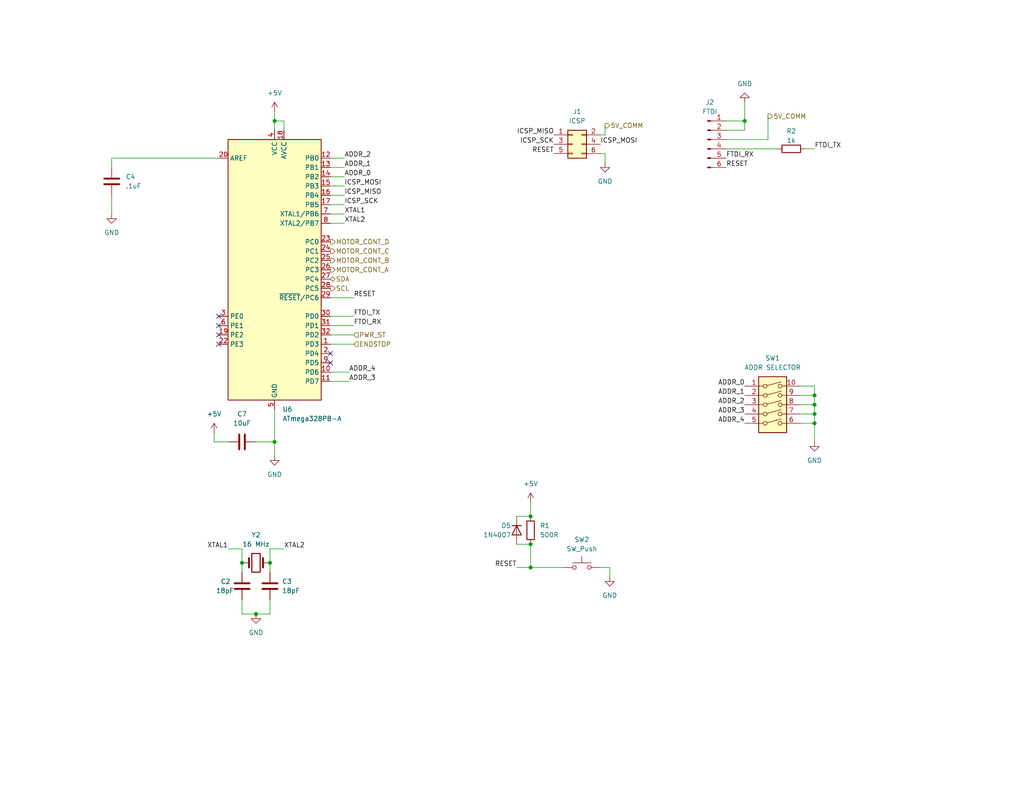
<source format=kicad_sch>
(kicad_sch (version 20250114) (generator "eeschema") (generator_version "9.0")
  (paper "A")
  (lib_symbols
    (symbol "Connector:Conn_01x06_Pin" (pin_names (offset 1.016) (hide yes))
      (property "Reference" "J" (at 0 7.62 0))
      (property "Value" "Conn_01x06_Pin" (at 0 -10.16 0))
      (symbol "Conn_01x06_Pin_1_1"
        (rectangle (start 0.8636 5.207) (end 0 4.953) (stroke (width 0.1524)) (fill (type outline)))
        (rectangle (start 0.8636 2.667) (end 0 2.413) (stroke (width 0.1524)) (fill (type outline)))
        (rectangle (start 0.8636 0.127) (end 0 -0.127) (stroke (width 0.1524)) (fill (type outline)))
        (rectangle (start 0.8636 -2.413) (end 0 -2.667) (stroke (width 0.1524)) (fill (type outline)))
        (rectangle (start 0.8636 -4.953) (end 0 -5.207) (stroke (width 0.1524)) (fill (type outline)))
        (rectangle (start 0.8636 -7.493) (end 0 -7.747) (stroke (width 0.1524)) (fill (type outline)))
        (polyline (pts (xy 1.27 5.08) (xy 0.8636 5.08)) (stroke (width 0.1524)))
        (polyline (pts (xy 1.27 2.54) (xy 0.8636 2.54)) (stroke (width 0.1524)))
        (polyline (pts (xy 1.27 0) (xy 0.8636 0)) (stroke (width 0.1524)))
        (polyline (pts (xy 1.27 -2.54) (xy 0.8636 -2.54)) (stroke (width 0.1524)))
        (polyline (pts (xy 1.27 -5.08) (xy 0.8636 -5.08)) (stroke (width 0.1524)))
        (polyline (pts (xy 1.27 -7.62) (xy 0.8636 -7.62)) (stroke (width 0.1524)))
        (pin passive line (at 5.08 5.08 180) (length 3.81) (name "Pin_1") (number "1"))
        (pin passive line (at 5.08 2.54 180) (length 3.81) (name "Pin_2") (number "2"))
        (pin passive line (at 5.08 0 180) (length 3.81) (name "Pin_3") (number "3"))
        (pin passive line (at 5.08 -2.54 180) (length 3.81) (name "Pin_4") (number "4"))
        (pin passive line (at 5.08 -5.08 180) (length 3.81) (name "Pin_5") (number "5"))
        (pin passive line (at 5.08 -7.62 180) (length 3.81) (name "Pin_6") (number "6"))
      )
    )
    (symbol "Connector_Generic:Conn_02x03_Odd_Even" (pin_names (offset 1.016) (hide yes))
      (property "Reference" "J" (at 1.27 5.08 0))
      (property "Value" "Conn_02x03_Odd_Even" (at 1.27 -5.08 0))
      (symbol "Conn_02x03_Odd_Even_1_1"
        (rectangle (start -1.27 3.81) (end 3.81 -3.81) (stroke (width 0.254)) (fill (type background)))
        (rectangle (start -1.27 2.667) (end 0 2.413) (stroke (width 0.1524)))
        (rectangle (start -1.27 0.127) (end 0 -0.127) (stroke (width 0.1524)))
        (rectangle (start -1.27 -2.413) (end 0 -2.667) (stroke (width 0.1524)))
        (rectangle (start 3.81 2.667) (end 2.54 2.413) (stroke (width 0.1524)))
        (rectangle (start 3.81 0.127) (end 2.54 -0.127) (stroke (width 0.1524)))
        (rectangle (start 3.81 -2.413) (end 2.54 -2.667) (stroke (width 0.1524)))
        (pin passive line (at -5.08 2.54 0) (length 3.81) (name "Pin_1") (number "1"))
        (pin passive line (at -5.08 0 0) (length 3.81) (name "Pin_3") (number "3"))
        (pin passive line (at -5.08 -2.54 0) (length 3.81) (name "Pin_5") (number "5"))
        (pin passive line (at 7.62 2.54 180) (length 3.81) (name "Pin_2") (number "2"))
        (pin passive line (at 7.62 0 180) (length 3.81) (name "Pin_4") (number "4"))
        (pin passive line (at 7.62 -2.54 180) (length 3.81) (name "Pin_6") (number "6"))
      )
    )
    (symbol "Device:C" (pin_numbers (hide yes)) (pin_names (offset 0.254))
      (property "Reference" "C" (at 0.635 2.54 0))
      (property "Value" "C" (at 0.635 -2.54 0))
      (symbol "C_0_1"
        (polyline (pts (xy -2.032 0.762) (xy 2.032 0.762)) (stroke (width 0.508)))
        (polyline (pts (xy -2.032 -0.762) (xy 2.032 -0.762)) (stroke (width 0.508)))
      )
      (symbol "C_1_1"
        (pin passive line (at 0 3.81 270) (length 2.794) (name "~") (number "1"))
        (pin passive line (at 0 -3.81 90) (length 2.794) (name "~") (number "2"))
      )
    )
    (symbol "Device:Crystal" (pin_numbers (hide yes)) (pin_names (offset 1.016) (hide yes))
      (property "Reference" "Y" (at 0 3.81 0))
      (property "Value" "Crystal" (at 0 -3.81 0))
      (symbol "Crystal_0_1"
        (polyline (pts (xy -2.54 0) (xy -1.905 0)))
        (polyline (pts (xy -1.905 -1.27) (xy -1.905 1.27)) (stroke (width 0.508)))
        (rectangle (start -1.143 2.54) (end 1.143 -2.54) (stroke (width 0.3048)))
        (polyline (pts (xy 1.905 -1.27) (xy 1.905 1.27)) (stroke (width 0.508)))
        (polyline (pts (xy 2.54 0) (xy 1.905 0)))
      )
      (symbol "Crystal_1_1"
        (pin passive line (at -3.81 0 0) (length 1.27) (name "1") (number "1"))
        (pin passive line (at 3.81 0 180) (length 1.27) (name "2") (number "2"))
      )
    )
    (symbol "Device:R" (pin_numbers (hide yes)) (pin_names (offset 0))
      (property "Reference" "R" (at 2.032 0 90))
      (property "Value" "R" (at 0 0 90))
      (symbol "R_0_1"
        (rectangle (start -1.016 -2.54) (end 1.016 2.54) (stroke (width 0.254)))
      )
      (symbol "R_1_1"
        (pin passive line (at 0 3.81 270) (length 1.27) (name "~") (number "1"))
        (pin passive line (at 0 -3.81 90) (length 1.27) (name "~") (number "2"))
      )
    )
    (symbol "Diode:1N4007" (pin_numbers (hide yes)) (pin_names (hide yes))
      (property "Reference" "D" (at 0 2.54 0))
      (property "Value" "1N4007" (at 0 -2.54 0))
      (symbol "1N4007_0_1"
        (polyline (pts (xy -1.27 1.27) (xy -1.27 -1.27)) (stroke (width 0.254)))
        (polyline (pts (xy 1.27 1.27) (xy 1.27 -1.27) (xy -1.27 0) (xy 1.27 1.27)) (stroke (width 0.254)))
        (polyline (pts (xy 1.27 0) (xy -1.27 0)))
      )
      (symbol "1N4007_1_1"
        (pin passive line (at -3.81 0 0) (length 2.54) (name "K") (number "1"))
        (pin passive line (at 3.81 0 180) (length 2.54) (name "A") (number "2"))
      )
    )
    (symbol "MCU_Microchip_ATmega:ATmega328PB-A"
      (property "Reference" "U" (at -12.7 36.83 0))
      (property "Value" "ATmega328PB-A" (at 2.54 -36.83 0))
      (symbol "ATmega328PB-A_0_1"
        (rectangle (start -12.7 -35.56) (end 12.7 35.56) (stroke (width 0.254)) (fill (type background)))
      )
      (symbol "ATmega328PB-A_1_1"
        (pin passive line (at -15.24 30.48 0) (length 2.54) (name "AREF") (number "20"))
        (pin bidirectional line (at -15.24 -12.7 0) (length 2.54) (name "PE0") (number "3"))
        (pin bidirectional line (at -15.24 -15.24 0) (length 2.54) (name "PE1") (number "6"))
        (pin bidirectional line (at -15.24 -17.78 0) (length 2.54) (name "PE2") (number "19"))
        (pin bidirectional line (at -15.24 -20.32 0) (length 2.54) (name "PE3") (number "22"))
        (pin power_in line (at 0 38.1 270) (length 2.54) (name "VCC") (number "4"))
        (pin passive line (at 0 -38.1 90) (length 2.54) (hide yes) (name "GND") (number "21"))
        (pin power_in line (at 0 -38.1 90) (length 2.54) (name "GND") (number "5"))
        (pin power_in line (at 2.54 38.1 270) (length 2.54) (name "AVCC") (number "18"))
        (pin bidirectional line (at 15.24 30.48 180) (length 2.54) (name "PB0") (number "12"))
        (pin bidirectional line (at 15.24 27.94 180) (length 2.54) (name "PB1") (number "13"))
        (pin bidirectional line (at 15.24 25.4 180) (length 2.54) (name "PB2") (number "14"))
        (pin bidirectional line (at 15.24 22.86 180) (length 2.54) (name "PB3") (number "15"))
        (pin bidirectional line (at 15.24 20.32 180) (length 2.54) (name "PB4") (number "16"))
        (pin bidirectional line (at 15.24 17.78 180) (length 2.54) (name "PB5") (number "17"))
        (pin bidirectional line (at 15.24 15.24 180) (length 2.54) (name "XTAL1/PB6") (number "7"))
        (pin bidirectional line (at 15.24 12.7 180) (length 2.54) (name "XTAL2/PB7") (number "8"))
        (pin bidirectional line (at 15.24 7.62 180) (length 2.54) (name "PC0") (number "23"))
        (pin bidirectional line (at 15.24 5.08 180) (length 2.54) (name "PC1") (number "24"))
        (pin bidirectional line (at 15.24 2.54 180) (length 2.54) (name "PC2") (number "25"))
        (pin bidirectional line (at 15.24 0 180) (length 2.54) (name "PC3") (number "26"))
        (pin bidirectional line (at 15.24 -2.54 180) (length 2.54) (name "PC4") (number "27"))
        (pin bidirectional line (at 15.24 -5.08 180) (length 2.54) (name "PC5") (number "28"))
        (pin bidirectional line (at 15.24 -7.62 180) (length 2.54) (name "~{RESET}/PC6") (number "29"))
        (pin bidirectional line (at 15.24 -12.7 180) (length 2.54) (name "PD0") (number "30"))
        (pin bidirectional line (at 15.24 -15.24 180) (length 2.54) (name "PD1") (number "31"))
        (pin bidirectional line (at 15.24 -17.78 180) (length 2.54) (name "PD2") (number "32"))
        (pin bidirectional line (at 15.24 -20.32 180) (length 2.54) (name "PD3") (number "1"))
        (pin bidirectional line (at 15.24 -22.86 180) (length 2.54) (name "PD4") (number "2"))
        (pin bidirectional line (at 15.24 -25.4 180) (length 2.54) (name "PD5") (number "9"))
        (pin bidirectional line (at 15.24 -27.94 180) (length 2.54) (name "PD6") (number "10"))
        (pin bidirectional line (at 15.24 -30.48 180) (length 2.54) (name "PD7") (number "11"))
      )
    )
    (symbol "Switch:SW_DIP_x05" (pin_names (offset 0) (hide yes))
      (property "Reference" "SW" (at 0 8.89 0))
      (property "Value" "SW_DIP_x05" (at 0 -8.89 0))
      (symbol "SW_DIP_x05_0_0"
        (circle (center -2.032 5.08) (radius 0.508))
        (circle (center -2.032 2.54) (radius 0.508))
        (circle (center -2.032 0) (radius 0.508))
        (circle (center -2.032 -2.54) (radius 0.508))
        (circle (center -2.032 -5.08) (radius 0.508))
        (polyline (pts (xy -1.524 5.207) (xy 2.3622 6.2484)))
        (polyline (pts (xy -1.524 2.667) (xy 2.3622 3.7084)))
        (polyline (pts (xy -1.524 0.127) (xy 2.3622 1.1684)))
        (polyline (pts (xy -1.524 -2.3876) (xy 2.3622 -1.3462)))
        (polyline (pts (xy -1.524 -4.9276) (xy 2.3622 -3.8862)))
        (circle (center 2.032 5.08) (radius 0.508))
        (circle (center 2.032 2.54) (radius 0.508))
        (circle (center 2.032 0) (radius 0.508))
        (circle (center 2.032 -2.54) (radius 0.508))
        (circle (center 2.032 -5.08) (radius 0.508))
      )
      (symbol "SW_DIP_x05_0_1"
        (rectangle (start -3.81 7.62) (end 3.81 -7.62) (stroke (width 0.254)) (fill (type background)))
      )
      (symbol "SW_DIP_x05_1_1"
        (pin passive line (at -7.62 5.08 0) (length 5.08) (name "~") (number "1"))
        (pin passive line (at -7.62 2.54 0) (length 5.08) (name "~") (number "2"))
        (pin passive line (at -7.62 0 0) (length 5.08) (name "~") (number "3"))
        (pin passive line (at -7.62 -2.54 0) (length 5.08) (name "~") (number "4"))
        (pin passive line (at -7.62 -5.08 0) (length 5.08) (name "~") (number "5"))
        (pin passive line (at 7.62 5.08 180) (length 5.08) (name "~") (number "10"))
        (pin passive line (at 7.62 2.54 180) (length 5.08) (name "~") (number "9"))
        (pin passive line (at 7.62 0 180) (length 5.08) (name "~") (number "8"))
        (pin passive line (at 7.62 -2.54 180) (length 5.08) (name "~") (number "7"))
        (pin passive line (at 7.62 -5.08 180) (length 5.08) (name "~") (number "6"))
      )
    )
    (symbol "Switch:SW_Push" (pin_numbers (hide yes)) (pin_names (offset 1.016) (hide yes))
      (property "Reference" "SW" (at 1.27 2.54 0))
      (property "Value" "SW_Push" (at 0 -1.524 0))
      (symbol "SW_Push_0_1"
        (circle (center -2.032 0) (radius 0.508))
        (polyline (pts (xy 0 1.27) (xy 0 3.048)))
        (circle (center 2.032 0) (radius 0.508))
        (polyline (pts (xy 2.54 1.27) (xy -2.54 1.27)))
        (pin passive line (at -5.08 0 0) (length 2.54) (name "1") (number "1"))
        (pin passive line (at 5.08 0 180) (length 2.54) (name "2") (number "2"))
      )
    )
    (symbol "power:+5V" (power) (pin_numbers (hide yes)) (pin_names (offset 0) (hide yes))
      (property "Value" "+5V" (at 0 3.556 0))
      (symbol "+5V_0_1"
        (polyline (pts (xy -0.762 1.27) (xy 0 2.54)))
        (polyline (pts (xy 0 2.54) (xy 0.762 1.27)))
        (polyline (pts (xy 0 0) (xy 0 2.54)))
      )
      (symbol "+5V_1_1"
        (pin power_in line (at 0 0 90) (length 0) (name "~") (number "1"))
      )
    )
    (symbol "power:GND" (power) (pin_numbers (hide yes)) (pin_names (offset 0) (hide yes))
      (property "Value" "GND" (at 0 -3.81 0))
      (symbol "GND_0_1"
        (polyline (pts (xy 0 0) (xy 0 -1.27) (xy 1.27 -1.27) (xy 0 -2.54) (xy -1.27 -1.27) (xy 0 -1.27)))
      )
      (symbol "GND_1_1"
        (pin power_in line (at 0 0 270) (length 0) (name "~") (number "1"))
      )
    )
  )
  (junction (at 203.2 33.02))
  (junction (at 222.25 113.03))
  (junction (at 144.78 154.94))
  (junction (at 69.85 167.64))
  (junction (at 144.78 140.97))
  (junction (at 74.93 33.02))
  (junction (at 222.25 110.49))
  (junction (at 222.25 115.57))
  (junction (at 66.04 153.67))
  (junction (at 144.78 148.59))
  (junction (at 74.93 120.65))
  (junction (at 73.66 153.67))
  (junction (at 222.25 107.95))
  (no_connect (at 59.69 88.9))
  (no_connect (at 59.69 93.98))
  (no_connect (at 59.69 86.36))
  (no_connect (at 90.17 99.06))
  (no_connect (at 90.17 96.52))
  (no_connect (at 59.69 91.44))
  (wire (pts (xy 66.04 163.83) (xy 66.04 167.64)))
  (wire (pts (xy 90.17 104.14) (xy 95.25 104.14)))
  (wire (pts (xy 218.44 113.03) (xy 222.25 113.03)))
  (wire (pts (xy 165.1 41.91) (xy 165.1 44.45)))
  (wire (pts (xy 90.17 58.42) (xy 93.98 58.42)))
  (wire (pts (xy 62.23 149.86) (xy 66.04 149.86)))
  (wire (pts (xy 74.93 30.48) (xy 74.93 33.02)))
  (wire (pts (xy 165.1 36.83) (xy 163.83 36.83)))
  (wire (pts (xy 73.66 149.86) (xy 73.66 153.67)))
  (wire (pts (xy 222.25 107.95) (xy 222.25 110.49)))
  (wire (pts (xy 90.17 93.98) (xy 96.52 93.98)))
  (wire (pts (xy 203.2 33.02) (xy 203.2 27.94)))
  (wire (pts (xy 222.25 115.57) (xy 222.25 120.65)))
  (wire (pts (xy 218.44 110.49) (xy 222.25 110.49)))
  (wire (pts (xy 74.93 33.02) (xy 74.93 35.56)))
  (wire (pts (xy 198.12 38.1) (xy 209.55 38.1)))
  (wire (pts (xy 144.78 154.94) (xy 153.67 154.94)))
  (wire (pts (xy 90.17 53.34) (xy 93.98 53.34)))
  (wire (pts (xy 198.12 33.02) (xy 203.2 33.02)))
  (wire (pts (xy 90.17 86.36) (xy 96.52 86.36)))
  (wire (pts (xy 90.17 45.72) (xy 93.98 45.72)))
  (wire (pts (xy 59.69 43.18) (xy 30.48 43.18)))
  (wire (pts (xy 73.66 153.67) (xy 73.66 156.21)))
  (wire (pts (xy 90.17 101.6) (xy 95.25 101.6)))
  (wire (pts (xy 73.66 167.64) (xy 69.85 167.64)))
  (wire (pts (xy 140.97 148.59) (xy 144.78 148.59)))
  (wire (pts (xy 218.44 115.57) (xy 222.25 115.57)))
  (wire (pts (xy 203.2 35.56) (xy 203.2 33.02)))
  (wire (pts (xy 30.48 43.18) (xy 30.48 45.72)))
  (wire (pts (xy 90.17 81.28) (xy 96.52 81.28)))
  (wire (pts (xy 198.12 40.64) (xy 212.09 40.64)))
  (wire (pts (xy 222.25 110.49) (xy 222.25 113.03)))
  (wire (pts (xy 90.17 88.9) (xy 96.52 88.9)))
  (wire (pts (xy 90.17 60.96) (xy 93.98 60.96)))
  (wire (pts (xy 144.78 137.16) (xy 144.78 140.97)))
  (wire (pts (xy 163.83 41.91) (xy 165.1 41.91)))
  (wire (pts (xy 219.71 40.64) (xy 222.25 40.64)))
  (wire (pts (xy 140.97 154.94) (xy 144.78 154.94)))
  (wire (pts (xy 66.04 167.64) (xy 69.85 167.64)))
  (wire (pts (xy 218.44 107.95) (xy 222.25 107.95)))
  (wire (pts (xy 73.66 163.83) (xy 73.66 167.64)))
  (wire (pts (xy 69.85 120.65) (xy 74.93 120.65)))
  (wire (pts (xy 77.47 35.56) (xy 77.47 33.02)))
  (wire (pts (xy 198.12 35.56) (xy 203.2 35.56)))
  (wire (pts (xy 58.42 118.11) (xy 58.42 120.65)))
  (wire (pts (xy 90.17 50.8) (xy 93.98 50.8)))
  (wire (pts (xy 30.48 53.34) (xy 30.48 58.42)))
  (wire (pts (xy 140.97 140.97) (xy 144.78 140.97)))
  (wire (pts (xy 66.04 153.67) (xy 66.04 156.21)))
  (wire (pts (xy 222.25 105.41) (xy 222.25 107.95)))
  (wire (pts (xy 66.04 149.86) (xy 66.04 153.67)))
  (wire (pts (xy 165.1 34.29) (xy 165.1 36.83)))
  (wire (pts (xy 90.17 55.88) (xy 93.98 55.88)))
  (wire (pts (xy 166.37 157.48) (xy 166.37 154.94)))
  (wire (pts (xy 218.44 105.41) (xy 222.25 105.41)))
  (wire (pts (xy 77.47 33.02) (xy 74.93 33.02)))
  (wire (pts (xy 90.17 91.44) (xy 96.52 91.44)))
  (wire (pts (xy 222.25 113.03) (xy 222.25 115.57)))
  (wire (pts (xy 74.93 111.76) (xy 74.93 120.65)))
  (wire (pts (xy 144.78 148.59) (xy 144.78 154.94)))
  (wire (pts (xy 209.55 31.75) (xy 209.55 38.1)))
  (wire (pts (xy 166.37 154.94) (xy 163.83 154.94)))
  (wire (pts (xy 77.47 149.86) (xy 73.66 149.86)))
  (wire (pts (xy 90.17 48.26) (xy 93.98 48.26)))
  (wire (pts (xy 58.42 120.65) (xy 62.23 120.65)))
  (wire (pts (xy 90.17 43.18) (xy 93.98 43.18)))
  (wire (pts (xy 74.93 120.65) (xy 74.93 124.46)))
  (label "XTAL1" (at 93.98 58.42 0))
  (label "ADDR_0" (at 93.98 48.26 0))
  (label "ICSP_SCK" (at 151.13 39.37 180))
  (label "ADDR_3" (at 95.25 104.14 0))
  (label "XTAL2" (at 93.98 60.96 0))
  (label "ADDR_3" (at 203.2 113.03 180))
  (label "RESET" (at 151.13 41.91 180))
  (label "ICSP_SCK" (at 93.98 55.88 0))
  (label "RESET" (at 96.52 81.28 0))
  (label "ADDR_4" (at 203.2 115.57 180))
  (label "ADDR_0" (at 203.2 105.41 180))
  (label "ADDR_1" (at 203.2 107.95 180))
  (label "ICSP_MOSI" (at 93.98 50.8 0))
  (label "FTDI_TX" (at 222.25 40.64 0))
  (label "RESET" (at 140.97 154.94 180))
  (label "XTAL1" (at 62.23 149.86 180))
  (label "ICSP_MISO" (at 93.98 53.34 0))
  (label "ADDR_4" (at 95.25 101.6 0))
  (label "ICSP_MISO" (at 151.13 36.83 180))
  (label "ADDR_2" (at 93.98 43.18 0))
  (label "FTDI_TX" (at 96.52 86.36 0))
  (label "RESET" (at 198.12 45.72 0))
  (label "ADDR_2" (at 203.2 110.49 180))
  (label "XTAL2" (at 77.47 149.86 0))
  (label "FTDI_RX" (at 96.52 88.9 0))
  (label "FTDI_RX" (at 198.12 43.18 0))
  (label "ICSP_MOSI" (at 163.83 39.37 0))
  (label "ADDR_1" (at 93.98 45.72 0))
  (hierarchical_label "5V_COMM" (shape output) (at 165.1 34.29 0))
  (hierarchical_label "MOTOR_CONT_D" (shape output) (at 90.17 66.04 0))
  (hierarchical_label "MOTOR_CONT_C" (shape output) (at 90.17 68.58 0))
  (hierarchical_label "MOTOR_CONT_B" (shape output) (at 90.17 71.12 0))
  (hierarchical_label "5V_COMM" (shape output) (at 209.55 31.75 0))
  (hierarchical_label "PWR_ST" (shape input) (at 96.52 91.44 0))
  (hierarchical_label "ENDSTOP" (shape input) (at 96.52 93.98 0))
  (hierarchical_label "SDA" (shape bidirectional) (at 90.17 76.2 0))
  (hierarchical_label "SCL" (shape output) (at 90.17 78.74 0))
  (hierarchical_label "MOTOR_CONT_A" (shape output) (at 90.17 73.66 0))
  (symbol (lib_id "Diode:1N4007") (at 140.97 144.78 270) (unit 1)
    (property "Reference" "D5" (at 139.446 143.51 90) (effects (justify right)))
    (property "Value" "1N4007" (at 139.446 146.05 90) (effects (justify right)))
    (property "Footprint" "Diode_SMD:D_SMA_Handsoldering" (effects (hide yes)))
    (property "Datasheet" "http://www.vishay.com/docs/88503/1n4001.pdf" (effects (hide yes)))
    (property "Description" "1000V 1A General Purpose Rectifier Diode, DO-41" (effects (hide yes)))
    (property "Sim.Device" "D" (effects (hide yes)))
    (property "Sim.Pins" "1=K 2=A" (effects (hide yes)))
  )
  (symbol (lib_id "Connector:Conn_01x06_Pin") (at 193.04 38.1 0) (unit 1)
    (property "Reference" "J2" (at 193.675 27.94 0))
    (property "Value" "FTDI" (at 193.675 30.48 0))
    (property "Footprint" "Connector_PinHeader_2.54mm:PinHeader_1x06_P2.54mm_Vertical" (effects (hide yes)))
    (property "Description" "Generic connector, single row, 01x06, script generated" (effects (hide yes)))
  )
  (symbol (lib_id "power:GND") (at 165.1 44.45 0) (unit 1)
    (property "Reference" "#PWR08" (effects (hide yes)))
    (property "Value" "GND" (at 165.1 49.53 0))
    (property "Description" "Power symbol creates a global label with name \"GND\" , ground" (effects (hide yes)))
  )
  (symbol (lib_id "Device:R") (at 215.9 40.64 270) (unit 1)
    (property "Reference" "R2" (at 215.9 35.814 90))
    (property "Value" "1k" (at 215.9 38.354 90))
    (property "Footprint" "Resistor_SMD:R_0805_2012Metric_Pad1.20x1.40mm_HandSolder" (effects (hide yes)))
    (property "Description" "Resistor" (effects (hide yes)))
  )
  (symbol (lib_id "Switch:SW_Push") (at 158.75 154.94 0) (unit 1)
    (property "Reference" "SW2" (at 158.75 147.32 0))
    (property "Value" "SW_Push" (at 158.75 149.86 0))
    (property "Footprint" "Button_Switch_THT:SW_PUSH_6mm" (effects (hide yes)))
    (property "Description" "Push button switch, generic, two pins" (effects (hide yes)))
  )
  (symbol (lib_id "power:GND") (at 166.37 157.48 0) (unit 1)
    (property "Reference" "#PWR02" (effects (hide yes)))
    (property "Value" "GND" (at 166.37 162.56 0))
    (property "Description" "Power symbol creates a global label with name \"GND\" , ground" (effects (hide yes)))
  )
  (symbol (lib_id "power:GND") (at 222.25 120.65 0) (unit 1)
    (property "Reference" "#PWR027" (effects (hide yes)))
    (property "Value" "GND" (at 222.25 125.73 0))
    (property "Description" "Power symbol creates a global label with name \"GND\" , ground" (effects (hide yes)))
  )
  (symbol (lib_id "Device:C") (at 66.04 120.65 270) (unit 1)
    (property "Reference" "C7" (at 66.04 113.03 90))
    (property "Value" "10uF" (at 66.04 115.57 90))
    (property "Footprint" "Capacitor_SMD:C_0805_2012Metric_Pad1.18x1.45mm_HandSolder" (effects (hide yes)))
    (property "Description" "Unpolarized capacitor" (effects (hide yes)))
  )
  (symbol (lib_id "Device:C") (at 66.04 160.02 180) (unit 1)
    (property "Reference" "C2" (at 60.198 158.75 0) (effects (justify right)))
    (property "Value" "18pF" (at 58.928 161.29 0) (effects (justify right)))
    (property "Footprint" "Capacitor_SMD:C_0805_2012Metric_Pad1.18x1.45mm_HandSolder" (effects (hide yes)))
    (property "Description" "Unpolarized capacitor" (effects (hide yes)))
    (property "Part Number" "FG28C0G1H180JNT06" (effects (hide yes)))
  )
  (symbol (lib_id "Connector_Generic:Conn_02x03_Odd_Even") (at 156.21 39.37 0) (unit 1)
    (property "Reference" "J1" (at 157.48 30.48 0))
    (property "Value" "ICSP" (at 157.48 33.02 0))
    (property "Footprint" "Connector_PinHeader_2.54mm:PinHeader_2x03_P2.54mm_Vertical" (effects (hide yes)))
    (property "Description" "Generic connector, double row, 02x03, odd/even pin numbering scheme (row 1 odd numbers, row 2 even numbers), script generated (kicad-library-utils/schlib/autogen/connector/)" (effects (hide yes)))
  )
  (symbol (lib_id "power:+5V") (at 58.42 118.11 0) (unit 1)
    (property "Reference" "#PWR032" (effects (hide yes)))
    (property "Value" "+5V" (at 58.42 113.03 0))
    (property "Description" "Power symbol creates a global label with name \"+5V\"" (effects (hide yes)))
  )
  (symbol (lib_id "power:+5V") (at 74.93 30.48 0) (unit 1)
    (property "Reference" "#PWR031" (effects (hide yes)))
    (property "Value" "+5V" (at 74.93 25.4 0))
    (property "Description" "Power symbol creates a global label with name \"+5V\"" (effects (hide yes)))
  )
  (symbol (lib_id "power:+5V") (at 144.78 137.16 0) (unit 1)
    (property "Reference" "#PWR05" (effects (hide yes)))
    (property "Value" "+5V" (at 144.78 132.08 0))
    (property "Description" "Power symbol creates a global label with name \"+5V\"" (effects (hide yes)))
  )
  (symbol (lib_id "power:GND") (at 74.93 124.46 0) (unit 1)
    (property "Reference" "#PWR033" (effects (hide yes)))
    (property "Value" "GND" (at 74.93 129.54 0))
    (property "Description" "Power symbol creates a global label with name \"GND\" , ground" (effects (hide yes)))
  )
  (symbol (lib_id "Device:C") (at 30.48 49.53 0) (unit 1)
    (property "Reference" "C4" (at 34.29 48.2599 0) (effects (justify left)))
    (property "Value" ".1uF" (at 34.29 50.7999 0) (effects (justify left)))
    (property "Footprint" "Capacitor_SMD:C_0805_2012Metric_Pad1.18x1.45mm_HandSolder" (effects (hide yes)))
    (property "Description" "Unpolarized capacitor" (effects (hide yes)))
  )
  (symbol (lib_id "Device:C") (at 73.66 160.02 180) (unit 1)
    (property "Reference" "C3" (at 76.962 158.75 0) (effects (justify right)))
    (property "Value" "18pF" (at 76.962 161.29 0) (effects (justify right)))
    (property "Footprint" "Capacitor_SMD:C_0805_2012Metric_Pad1.18x1.45mm_HandSolder" (effects (hide yes)))
    (property "Description" "Unpolarized capacitor" (effects (hide yes)))
    (property "part_no" "FG28C0G1H180JNT06" (effects (hide yes)))
  )
  (symbol (lib_id "power:GND") (at 69.85 167.64 0) (unit 1)
    (property "Reference" "#PWR06" (effects (hide yes)))
    (property "Value" "GND" (at 69.85 172.72 0))
    (property "Description" "Power symbol creates a global label with name \"GND\" , ground" (effects (hide yes)))
  )
  (symbol (lib_id "MCU_Microchip_ATmega:ATmega328PB-A") (at 74.93 73.66 0) (unit 1)
    (property "Reference" "U6" (at 77.0733 111.76 0) (effects (justify left)))
    (property "Value" "ATmega328PB-A" (at 77.0733 114.3 0) (effects (justify left)))
    (property "Footprint" "Package_QFP:TQFP-32_7x7mm_P0.8mm" (effects (hide yes)))
    (property "Datasheet" "http://ww1.microchip.com/downloads/en/DeviceDoc/40001906C.pdf" (effects (hide yes)))
    (property "Description" "20MHz, 32kB Flash, 2kB SRAM, 1kB EEPROM, TQFP-32" (effects (hide yes)))
  )
  (symbol (lib_id "power:GND") (at 203.2 27.94 180) (unit 1)
    (property "Reference" "#PWR010" (effects (hide yes)))
    (property "Value" "GND" (at 203.2 22.86 0))
    (property "Description" "Power symbol creates a global label with name \"GND\" , ground" (effects (hide yes)))
  )
  (symbol (lib_id "Device:R") (at 144.78 144.78 0) (unit 1)
    (property "Reference" "R1" (at 147.32 143.5099 0) (effects (justify left)))
    (property "Value" "500R" (at 147.32 146.0499 0) (effects (justify left)))
    (property "Footprint" "Resistor_SMD:R_0805_2012Metric_Pad1.20x1.40mm_HandSolder" (effects (hide yes)))
    (property "Description" "Resistor" (effects (hide yes)))
  )
  (symbol (lib_id "power:GND") (at 30.48 58.42 0) (unit 1)
    (property "Reference" "#PWR011" (effects (hide yes)))
    (property "Value" "GND" (at 30.48 63.5 0))
    (property "Description" "Power symbol creates a global label with name \"GND\" , ground" (effects (hide yes)))
  )
  (symbol (lib_id "Device:Crystal") (at 69.85 153.67 0) (unit 1)
    (property "Reference" "Y2" (at 69.85 146.05 0))
    (property "Value" "16 MHz" (at 69.85 148.59 0))
    (property "Footprint" "Crystal:Crystal_SMD_0603-2Pin_6.0x3.5mm_HandSoldering" (effects (hide yes)))
    (property "Description" "Two pin crystal" (effects (hide yes)))
  )
  (symbol (lib_id "Switch:SW_DIP_x05") (at 210.82 110.49 0) (unit 1)
    (property "Reference" "SW1" (at 210.82 97.79 0))
    (property "Value" "ADDR SELECTOR" (at 210.82 100.33 0))
    (property "Footprint" "Button_Switch_THT:SW_DIP_SPSTx05_Slide_6.7x14.26mm_W7.62mm_P2.54mm_LowProfile" (effects (hide yes)))
    (property "Description" "5x DIP Switch, Single Pole Single Throw (SPST) switch, small symbol" (effects (hide yes)))
  )
)
</source>
